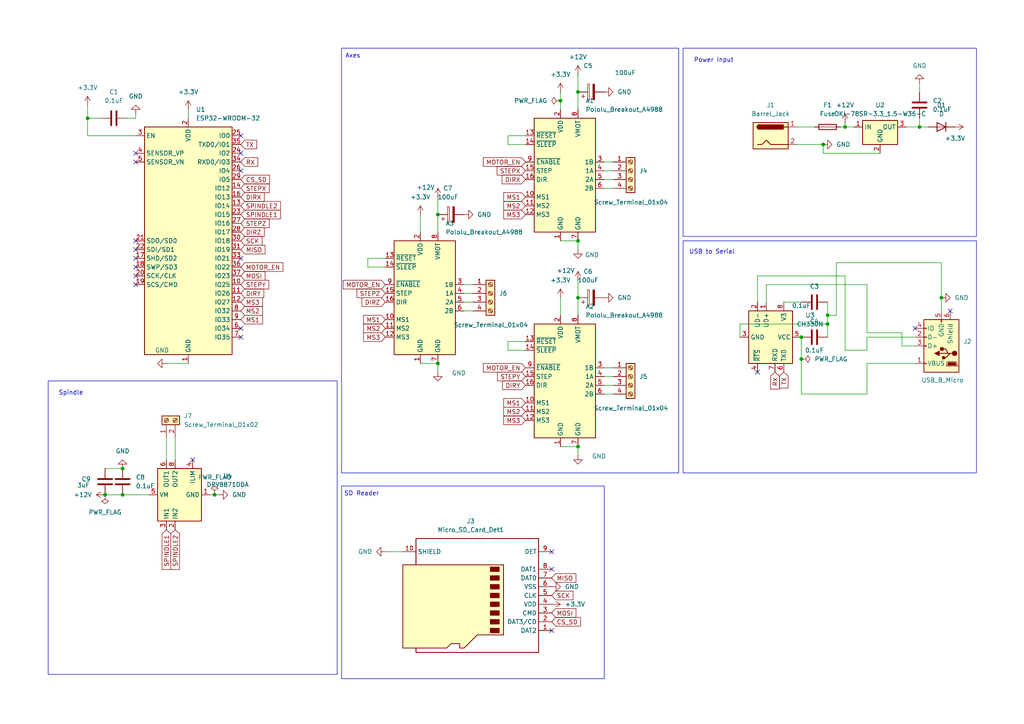
<source format=kicad_sch>
(kicad_sch (version 20231120) (generator "eeschema") (generator_version "8.0")
  (paper "A4")
  (title_block (title "DIY CNC Board") (date "2024-11-11") (rev "2") (company "Pengalu") (comment 1 "github.com/Pengalu") (comment 2 ":D"))
  (lib_symbols
    (symbol "Connector:Barrel_Jack" (pin_names (offset 1.016))
      (property "Reference" "J" (at 0 5.334 0))
      (property "Value" "Barrel_Jack" (at 0 -5.08 0))
      (symbol "Barrel_Jack_0_1"
        (rectangle (start -5.08 3.81) (end 5.08 -3.81) (stroke (width 0.254)) (fill (type background)))
        (arc (start -3.302 3.175) (mid -3.9343 2.54) (end -3.302 1.905) (stroke (width 0.254)))
        (arc (start -3.302 3.175) (mid -3.9343 2.54) (end -3.302 1.905) (stroke (width 0.254)) (fill (type outline)))
        (polyline (pts (xy 5.08 2.54) (xy 3.81 2.54)) (stroke (width 0.254)))
        (polyline (pts (xy -3.81 -2.54) (xy -2.54 -2.54) (xy -1.27 -1.27) (xy 0 -2.54) (xy 2.54 -2.54) (xy 5.08 -2.54)) (stroke (width 0.254)))
        (rectangle (start 3.683 3.175) (end -3.302 1.905) (stroke (width 0.254)) (fill (type outline)))
      )
      (symbol "Barrel_Jack_1_1"
        (pin passive line (at 7.62 2.54 180) (length 2.54) (name "~") (number "1"))
        (pin passive line (at 7.62 -2.54 180) (length 2.54) (name "~") (number "2"))
      )
    )
    (symbol "Connector:Micro_SD_Card_Det1"
      (property "Reference" "J" (at -16.51 17.78 0))
      (property "Value" "Micro_SD_Card_Det1" (at 16.51 17.78 0))
      (symbol "Micro_SD_Card_Det1_0_1"
        (rectangle (start -7.62 -6.985) (end -5.08 -8.255) (stroke (width 0.254)) (fill (type outline)))
        (rectangle (start -7.62 -4.445) (end -5.08 -5.715) (stroke (width 0.254)) (fill (type outline)))
        (rectangle (start -7.62 -1.905) (end -5.08 -3.175) (stroke (width 0.254)) (fill (type outline)))
        (rectangle (start -7.62 0.635) (end -5.08 -0.635) (stroke (width 0.254)) (fill (type outline)))
        (rectangle (start -7.62 3.175) (end -5.08 1.905) (stroke (width 0.254)) (fill (type outline)))
        (rectangle (start -7.62 5.715) (end -5.08 4.445) (stroke (width 0.254)) (fill (type outline)))
        (rectangle (start -7.62 8.255) (end -5.08 6.985) (stroke (width 0.254)) (fill (type outline)))
        (rectangle (start -7.62 10.795) (end -5.08 9.525) (stroke (width 0.254)) (fill (type outline)))
        (polyline (pts (xy 16.51 15.24) (xy 16.51 16.51) (xy -19.05 16.51) (xy -19.05 -16.51) (xy 16.51 -16.51) (xy 16.51 -8.89)) (stroke (width 0.254)))
        (polyline (pts (xy -8.89 -8.89) (xy -8.89 11.43) (xy -1.27 11.43) (xy 2.54 15.24) (xy 3.81 15.24) (xy 3.81 13.97) (xy 6.35 13.97) (xy 7.62 15.24) (xy 20.32 15.24) (xy 20.32 -8.89) (xy -8.89 -8.89)) (stroke (width 0.254)) (fill (type background)))
      )
      (symbol "Micro_SD_Card_Det1_1_1"
        (pin bidirectional line (at -22.86 10.16 0) (length 3.81) (name "DAT2") (number "1"))
        (pin passive line (at 20.32 -12.7 180) (length 3.81) (name "SHIELD") (number "10"))
        (pin bidirectional line (at -22.86 7.62 0) (length 3.81) (name "DAT3/CD") (number "2"))
        (pin input line (at -22.86 5.08 0) (length 3.81) (name "CMD") (number "3"))
        (pin power_in line (at -22.86 2.54 0) (length 3.81) (name "VDD") (number "4"))
        (pin input line (at -22.86 0 0) (length 3.81) (name "CLK") (number "5"))
        (pin power_in line (at -22.86 -2.54 0) (length 3.81) (name "VSS") (number "6"))
        (pin bidirectional line (at -22.86 -5.08 0) (length 3.81) (name "DAT0") (number "7"))
        (pin bidirectional line (at -22.86 -7.62 0) (length 3.81) (name "DAT1") (number "8"))
        (pin passive line (at -22.86 -12.7 0) (length 3.81) (name "DET") (number "9"))
      )
    )
    (symbol "Connector:Screw_Terminal_01x02" (pin_names (offset 1.016) hide)
      (property "Reference" "J" (at 0 2.54 0))
      (property "Value" "Screw_Terminal_01x02" (at 0 -5.08 0))
      (symbol "Screw_Terminal_01x02_1_1"
        (rectangle (start -1.27 1.27) (end 1.27 -3.81) (stroke (width 0.254)) (fill (type background)))
        (circle (center 0 -2.54) (radius 0.635) (stroke (width 0.1524)))
        (polyline (pts (xy -0.5334 -2.2098) (xy 0.3302 -3.048)) (stroke (width 0.1524)))
        (polyline (pts (xy -0.5334 0.3302) (xy 0.3302 -0.508)) (stroke (width 0.1524)))
        (polyline (pts (xy -0.3556 -2.032) (xy 0.508 -2.8702)) (stroke (width 0.1524)))
        (polyline (pts (xy -0.3556 0.508) (xy 0.508 -0.3302)) (stroke (width 0.1524)))
        (circle (center 0 0) (radius 0.635) (stroke (width 0.1524)))
        (pin passive line (at -5.08 0 0) (length 3.81) (name "Pin_1") (number "1"))
        (pin passive line (at -5.08 -2.54 0) (length 3.81) (name "Pin_2") (number "2"))
      )
    )
    (symbol "Connector:Screw_Terminal_01x04" (pin_names (offset 1.016) hide)
      (property "Reference" "J" (at 0 5.08 0))
      (property "Value" "Screw_Terminal_01x04" (at 0 -7.62 0))
      (symbol "Screw_Terminal_01x04_1_1"
        (rectangle (start -1.27 3.81) (end 1.27 -6.35) (stroke (width 0.254)) (fill (type background)))
        (circle (center 0 -5.08) (radius 0.635) (stroke (width 0.1524)))
        (circle (center 0 -2.54) (radius 0.635) (stroke (width 0.1524)))
        (polyline (pts (xy -0.5334 -4.7498) (xy 0.3302 -5.588)) (stroke (width 0.1524)))
        (polyline (pts (xy -0.5334 -2.2098) (xy 0.3302 -3.048)) (stroke (width 0.1524)))
        (polyline (pts (xy -0.5334 0.3302) (xy 0.3302 -0.508)) (stroke (width 0.1524)))
        (polyline (pts (xy -0.5334 2.8702) (xy 0.3302 2.032)) (stroke (width 0.1524)))
        (polyline (pts (xy -0.3556 -4.572) (xy 0.508 -5.4102)) (stroke (width 0.1524)))
        (polyline (pts (xy -0.3556 -2.032) (xy 0.508 -2.8702)) (stroke (width 0.1524)))
        (polyline (pts (xy -0.3556 0.508) (xy 0.508 -0.3302)) (stroke (width 0.1524)))
        (polyline (pts (xy -0.3556 3.048) (xy 0.508 2.2098)) (stroke (width 0.1524)))
        (circle (center 0 0) (radius 0.635) (stroke (width 0.1524)))
        (circle (center 0 2.54) (radius 0.635) (stroke (width 0.1524)))
        (pin passive line (at -5.08 2.54 0) (length 3.81) (name "Pin_1") (number "1"))
        (pin passive line (at -5.08 0 0) (length 3.81) (name "Pin_2") (number "2"))
        (pin passive line (at -5.08 -2.54 0) (length 3.81) (name "Pin_3") (number "3"))
        (pin passive line (at -5.08 -5.08 0) (length 3.81) (name "Pin_4") (number "4"))
      )
    )
    (symbol "Connector:USB_B_Micro" (pin_names (offset 1.016))
      (property "Reference" "J" (at -5.08 11.43 0))
      (property "Value" "USB_B_Micro" (at -5.08 8.89 0))
      (symbol "USB_B_Micro_0_1"
        (rectangle (start -5.08 -7.62) (end 5.08 7.62) (stroke (width 0.254)) (fill (type background)))
        (circle (center -3.81 2.159) (radius 0.635) (stroke (width 0.254)) (fill (type outline)))
        (circle (center -0.635 3.429) (radius 0.381) (stroke (width 0.254)) (fill (type outline)))
        (rectangle (start -0.127 -7.62) (end 0.127 -6.858))
        (polyline (pts (xy -1.905 2.159) (xy 0.635 2.159)) (stroke (width 0.254)))
        (polyline (pts (xy -3.175 2.159) (xy -2.54 2.159) (xy -1.27 3.429) (xy -0.635 3.429)) (stroke (width 0.254)))
        (polyline (pts (xy -2.54 2.159) (xy -1.905 2.159) (xy -1.27 0.889) (xy 0 0.889)) (stroke (width 0.254)))
        (polyline (pts (xy 0.635 2.794) (xy 0.635 1.524) (xy 1.905 2.159) (xy 0.635 2.794)) (stroke (width 0.254)) (fill (type outline)))
        (polyline (pts (xy -4.318 5.588) (xy -1.778 5.588) (xy -2.032 4.826) (xy -4.064 4.826) (xy -4.318 5.588)) (fill (type outline)))
        (polyline (pts (xy -4.699 5.842) (xy -4.699 5.588) (xy -4.445 4.826) (xy -4.445 4.572) (xy -1.651 4.572) (xy -1.651 4.826) (xy -1.397 5.588) (xy -1.397 5.842) (xy -4.699 5.842)))
        (rectangle (start 0.254 1.27) (end -0.508 0.508) (stroke (width 0.254)) (fill (type outline)))
        (rectangle (start 5.08 -5.207) (end 4.318 -4.953))
        (rectangle (start 5.08 -2.667) (end 4.318 -2.413))
        (rectangle (start 5.08 -0.127) (end 4.318 0.127))
        (rectangle (start 5.08 4.953) (end 4.318 5.207))
      )
      (symbol "USB_B_Micro_1_1"
        (pin power_out line (at 7.62 5.08 180) (length 2.54) (name "VBUS") (number "1"))
        (pin bidirectional line (at 7.62 -2.54 180) (length 2.54) (name "D-") (number "2"))
        (pin bidirectional line (at 7.62 0 180) (length 2.54) (name "D+") (number "3"))
        (pin passive line (at 7.62 -5.08 180) (length 2.54) (name "ID") (number "4"))
        (pin power_out line (at 0 -10.16 90) (length 2.54) (name "GND") (number "5"))
        (pin passive line (at -2.54 -10.16 90) (length 2.54) (name "Shield") (number "6"))
      )
    )
    (symbol "Converter_DCDC:OKI-78SR-3.3_1.5-W36-C"
      (property "Reference" "U" (at -3.81 3.175 0))
      (property "Value" "OKI-78SR-3.3_1.5-W36-C" (at 0 3.175 0))
      (symbol "OKI-78SR-3.3_1.5-W36-C_0_1"
        (rectangle (start -5.08 1.905) (end 5.08 -5.08) (stroke (width 0.254)) (fill (type background)))
      )
      (symbol "OKI-78SR-3.3_1.5-W36-C_1_1"
        (pin power_in line (at -7.62 0 0) (length 2.54) (name "IN") (number "1"))
        (pin power_in line (at 0 -7.62 90) (length 2.54) (name "GND") (number "2"))
        (pin power_out line (at 7.62 0 180) (length 2.54) (name "OUT") (number "3"))
      )
    )
    (symbol "Device:C" (pin_numbers hide) (pin_names (offset 0.254))
      (property "Reference" "C" (at 0.635 2.54 0))
      (property "Value" "C" (at 0.635 -2.54 0))
      (symbol "C_0_1"
        (polyline (pts (xy -2.032 -0.762) (xy 2.032 -0.762)) (stroke (width 0.508)))
        (polyline (pts (xy -2.032 0.762) (xy 2.032 0.762)) (stroke (width 0.508)))
      )
      (symbol "C_1_1"
        (pin passive line (at 0 3.81 270) (length 2.794) (name "~") (number "1"))
        (pin passive line (at 0 -3.81 90) (length 2.794) (name "~") (number "2"))
      )
    )
    (symbol "Device:C_Polarized" (pin_numbers hide) (pin_names (offset 0.254))
      (property "Reference" "C" (at 0.635 2.54 0))
      (property "Value" "C_Polarized" (at 0.635 -2.54 0))
      (symbol "C_Polarized_0_1"
        (rectangle (start -2.286 0.508) (end 2.286 1.016))
        (polyline (pts (xy -1.778 2.286) (xy -0.762 2.286)))
        (polyline (pts (xy -1.27 2.794) (xy -1.27 1.778)))
        (rectangle (start 2.286 -0.508) (end -2.286 -1.016) (fill (type outline)))
      )
      (symbol "C_Polarized_1_1"
        (pin passive line (at 0 3.81 270) (length 2.794) (name "~") (number "1"))
        (pin passive line (at 0 -3.81 90) (length 2.794) (name "~") (number "2"))
      )
    )
    (symbol "Device:D" (pin_numbers hide) (pin_names (offset 1.016) hide)
      (property "Reference" "D" (at 0 2.54 0))
      (property "Value" "D" (at 0 -2.54 0))
      (symbol "D_0_1"
        (polyline (pts (xy -1.27 1.27) (xy -1.27 -1.27)) (stroke (width 0.254)))
        (polyline (pts (xy 1.27 0) (xy -1.27 0)))
        (polyline (pts (xy 1.27 1.27) (xy 1.27 -1.27) (xy -1.27 0) (xy 1.27 1.27)) (stroke (width 0.254)))
      )
      (symbol "D_1_1"
        (pin passive line (at -3.81 0 0) (length 2.54) (name "K") (number "1"))
        (pin passive line (at 3.81 0 180) (length 2.54) (name "A") (number "2"))
      )
    )
    (symbol "Device:Fuse" (pin_numbers hide) (pin_names (offset 0))
      (property "Reference" "F" (at 2.032 0 90))
      (property "Value" "Fuse" (at -1.905 0 90))
      (symbol "Fuse_0_1"
        (rectangle (start -0.762 -2.54) (end 0.762 2.54) (stroke (width 0.254)))
        (polyline (pts (xy 0 2.54) (xy 0 -2.54)))
      )
      (symbol "Fuse_1_1"
        (pin passive line (at 0 3.81 270) (length 1.27) (name "~") (number "1"))
        (pin passive line (at 0 -3.81 90) (length 1.27) (name "~") (number "2"))
      )
    )
    (symbol "Driver_Motor:DRV8871DDA"
      (property "Reference" "U" (at -6.35 6.35 0))
      (property "Value" "DRV8871DDA" (at 8.89 6.35 0))
      (symbol "DRV8871DDA_0_1"
        (rectangle (start -7.62 5.08) (end 7.62 -7.62) (stroke (width 0.254)) (fill (type background)))
      )
      (symbol "DRV8871DDA_1_1"
        (pin power_in line (at 0 -10.16 90) (length 2.54) (name "GND") (number "1"))
        (pin input line (at -10.16 0 0) (length 2.54) (name "IN2") (number "2"))
        (pin input line (at -10.16 2.54 0) (length 2.54) (name "IN1") (number "3"))
        (pin passive line (at 10.16 -5.08 180) (length 2.54) (name "ILIM") (number "4"))
        (pin power_in line (at 0 7.62 270) (length 2.54) (name "VM") (number "5"))
        (pin output line (at 10.16 2.54 180) (length 2.54) (name "OUT1") (number "6"))
        (pin passive line (at 0 -10.16 90) (length 2.54) hide (name "GND") (number "7"))
        (pin output line (at 10.16 0 180) (length 2.54) (name "OUT2") (number "8"))
        (pin passive line (at 0 -10.16 90) (length 2.54) hide (name "GND") (number "9"))
      )
    )
    (symbol "Driver_Motor:Pololu_Breakout_A4988"
      (property "Reference" "A" (at -2.54 19.05 0))
      (property "Value" "Pololu_Breakout_A4988" (at -2.54 16.51 0))
      (symbol "Pololu_Breakout_A4988_0_1"
        (rectangle (start 10.16 -17.78) (end -7.62 15.24) (stroke (width 0.254)) (fill (type background)))
      )
      (symbol "Pololu_Breakout_A4988_1_1"
        (pin power_in line (at 0 -20.32 90) (length 2.54) (name "GND") (number "1"))
        (pin input line (at -10.16 -7.62 0) (length 2.54) (name "MS1") (number "10"))
        (pin input line (at -10.16 -10.16 0) (length 2.54) (name "MS2") (number "11"))
        (pin input line (at -10.16 -12.7 0) (length 2.54) (name "MS3") (number "12"))
        (pin input line (at -10.16 10.16 0) (length 2.54) (name "~{RESET}") (number "13"))
        (pin input line (at -10.16 7.62 0) (length 2.54) (name "~{SLEEP}") (number "14"))
        (pin input line (at -10.16 0 0) (length 2.54) (name "STEP") (number "15"))
        (pin input line (at -10.16 -2.54 0) (length 2.54) (name "DIR") (number "16"))
        (pin power_in line (at 0 17.78 270) (length 2.54) (name "VDD") (number "2"))
        (pin output line (at 12.7 2.54 180) (length 2.54) (name "1B") (number "3"))
        (pin output line (at 12.7 0 180) (length 2.54) (name "1A") (number "4"))
        (pin output line (at 12.7 -2.54 180) (length 2.54) (name "2A") (number "5"))
        (pin output line (at 12.7 -5.08 180) (length 2.54) (name "2B") (number "6"))
        (pin power_in line (at 5.08 -20.32 90) (length 2.54) (name "GND") (number "7"))
        (pin power_in line (at 5.08 17.78 270) (length 2.54) (name "VMOT") (number "8"))
        (pin input line (at -10.16 2.54 0) (length 2.54) (name "~{ENABLE}") (number "9"))
      )
    )
    (symbol "Interface_USB:CH330N"
      (property "Reference" "U" (at -7.62 6.35 0))
      (property "Value" "CH330N" (at 7.62 6.35 0))
      (symbol "CH330N_0_1"
        (rectangle (start -7.62 5.08) (end 7.62 -7.62) (stroke (width 0.254)) (fill (type background)))
      )
      (symbol "CH330N_1_1"
        (pin bidirectional line (at -10.16 -2.54 0) (length 2.54) (name "UD+") (number "1"))
        (pin bidirectional line (at -10.16 -5.08 0) (length 2.54) (name "UD-") (number "2"))
        (pin power_in line (at 0 -10.16 90) (length 2.54) (name "GND") (number "3"))
        (pin output line (at 10.16 -5.08 180) (length 2.54) (name "~{RTS}") (number "4"))
        (pin power_in line (at 0 7.62 270) (length 2.54) (name "VCC") (number "5"))
        (pin output line (at 10.16 2.54 180) (length 2.54) (name "TXD") (number "6"))
        (pin input line (at 10.16 0 180) (length 2.54) (name "RXD") (number "7"))
        (pin passive line (at -10.16 2.54 0) (length 2.54) (name "V3") (number "8"))
      )
    )
    (symbol "RF_Module:ESP32-WROOM-32"
      (property "Reference" "U" (at -12.7 34.29 0))
      (property "Value" "ESP32-WROOM-32" (at 1.27 34.29 0))
      (symbol "ESP32-WROOM-32_0_1"
        (rectangle (start -12.7 33.02) (end 12.7 -33.02) (stroke (width 0.254)) (fill (type background)))
      )
      (symbol "ESP32-WROOM-32_1_1"
        (pin power_in line (at 0 -35.56 90) (length 2.54) (name "GND") (number "1"))
        (pin bidirectional line (at 15.24 -12.7 180) (length 2.54) (name "IO25") (number "10"))
        (pin bidirectional line (at 15.24 -15.24 180) (length 2.54) (name "IO26") (number "11"))
        (pin bidirectional line (at 15.24 -17.78 180) (length 2.54) (name "IO27") (number "12"))
        (pin bidirectional line (at 15.24 10.16 180) (length 2.54) (name "IO14") (number "13"))
        (pin bidirectional line (at 15.24 15.24 180) (length 2.54) (name "IO12") (number "14"))
        (pin passive line (at 0 -35.56 90) (length 2.54) hide (name "GND") (number "15"))
        (pin bidirectional line (at 15.24 12.7 180) (length 2.54) (name "IO13") (number "16"))
        (pin bidirectional line (at -15.24 -5.08 0) (length 2.54) (name "SHD/SD2") (number "17"))
        (pin bidirectional line (at -15.24 -7.62 0) (length 2.54) (name "SWP/SD3") (number "18"))
        (pin bidirectional line (at -15.24 -12.7 0) (length 2.54) (name "SCS/CMD") (number "19"))
        (pin power_in line (at 0 35.56 270) (length 2.54) (name "VDD") (number "2"))
        (pin bidirectional line (at -15.24 -10.16 0) (length 2.54) (name "SCK/CLK") (number "20"))
        (pin bidirectional line (at -15.24 0 0) (length 2.54) (name "SDO/SD0") (number "21"))
        (pin bidirectional line (at -15.24 -2.54 0) (length 2.54) (name "SDI/SD1") (number "22"))
        (pin bidirectional line (at 15.24 7.62 180) (length 2.54) (name "IO15") (number "23"))
        (pin bidirectional line (at 15.24 25.4 180) (length 2.54) (name "IO2") (number "24"))
        (pin bidirectional line (at 15.24 30.48 180) (length 2.54) (name "IO0") (number "25"))
        (pin bidirectional line (at 15.24 20.32 180) (length 2.54) (name "IO4") (number "26"))
        (pin bidirectional line (at 15.24 5.08 180) (length 2.54) (name "IO16") (number "27"))
        (pin bidirectional line (at 15.24 2.54 180) (length 2.54) (name "IO17") (number "28"))
        (pin bidirectional line (at 15.24 17.78 180) (length 2.54) (name "IO5") (number "29"))
        (pin input line (at -15.24 30.48 0) (length 2.54) (name "EN") (number "3"))
        (pin bidirectional line (at 15.24 0 180) (length 2.54) (name "IO18") (number "30"))
        (pin bidirectional line (at 15.24 -2.54 180) (length 2.54) (name "IO19") (number "31"))
        (pin no_connect line (at -12.7 -27.94 0) (length 2.54) hide (name "NC") (number "32"))
        (pin bidirectional line (at 15.24 -5.08 180) (length 2.54) (name "IO21") (number "33"))
        (pin bidirectional line (at 15.24 22.86 180) (length 2.54) (name "RXD0/IO3") (number "34"))
        (pin bidirectional line (at 15.24 27.94 180) (length 2.54) (name "TXD0/IO1") (number "35"))
        (pin bidirectional line (at 15.24 -7.62 180) (length 2.54) (name "IO22") (number "36"))
        (pin bidirectional line (at 15.24 -10.16 180) (length 2.54) (name "IO23") (number "37"))
        (pin passive line (at 0 -35.56 90) (length 2.54) hide (name "GND") (number "38"))
        (pin passive line (at 0 -35.56 90) (length 2.54) hide (name "GND") (number "39"))
        (pin input line (at -15.24 25.4 0) (length 2.54) (name "SENSOR_VP") (number "4"))
        (pin input line (at -15.24 22.86 0) (length 2.54) (name "SENSOR_VN") (number "5"))
        (pin input line (at 15.24 -25.4 180) (length 2.54) (name "IO34") (number "6"))
        (pin input line (at 15.24 -27.94 180) (length 2.54) (name "IO35") (number "7"))
        (pin bidirectional line (at 15.24 -20.32 180) (length 2.54) (name "IO32") (number "8"))
        (pin bidirectional line (at 15.24 -22.86 180) (length 2.54) (name "IO33") (number "9"))
      )
    )
    (symbol "power:+12V" (power) (pin_numbers hide) (pin_names (offset 0) hide)
      (property "Value" "+12V" (at 0 3.556 0))
      (symbol "+12V_0_1"
        (polyline (pts (xy -0.762 1.27) (xy 0 2.54)))
        (polyline (pts (xy 0 0) (xy 0 2.54)))
        (polyline (pts (xy 0 2.54) (xy 0.762 1.27)))
      )
      (symbol "+12V_1_1"
        (pin power_in line (at 0 0 90) (length 0) (name "~") (number "1"))
      )
    )
    (symbol "power:+3.3V" (power) (pin_numbers hide) (pin_names (offset 0) hide)
      (property "Value" "+3.3V" (at 0 3.556 0))
      (symbol "+3.3V_0_1"
        (polyline (pts (xy -0.762 1.27) (xy 0 2.54)))
        (polyline (pts (xy 0 0) (xy 0 2.54)))
        (polyline (pts (xy 0 2.54) (xy 0.762 1.27)))
      )
      (symbol "+3.3V_1_1"
        (pin power_in line (at 0 0 90) (length 0) (name "~") (number "1"))
      )
    )
    (symbol "power:GND" (power) (pin_numbers hide) (pin_names (offset 0) hide)
      (property "Value" "GND" (at 0 -3.81 0))
      (symbol "GND_0_1"
        (polyline (pts (xy 0 0) (xy 0 -1.27) (xy 1.27 -1.27) (xy 0 -2.54) (xy -1.27 -1.27) (xy 0 -1.27)))
      )
      (symbol "GND_1_1"
        (pin power_in line (at 0 0 270) (length 0) (name "~") (number "1"))
      )
    )
    (symbol "power:PWR_FLAG" (power) (pin_numbers hide) (pin_names (offset 0) hide)
      (property "Value" "PWR_FLAG" (at 0 3.81 0))
      (symbol "PWR_FLAG_0_0"
        (pin power_out line (at 0 0 90) (length 0) (name "~") (number "1"))
      )
      (symbol "PWR_FLAG_0_1"
        (polyline (pts (xy 0 0) (xy 0 1.27) (xy -1.016 1.905) (xy 0 2.54) (xy 1.016 1.905) (xy 0 1.27)))
      )
    )
  )
  (junction (at 25.4 34.29))
  (junction (at 167.64 86.36))
  (junction (at 167.64 26.67))
  (junction (at 273.05 86.36))
  (junction (at 35.56 143.51))
  (junction (at 162.56 29.21))
  (junction (at 238.76 41.91))
  (junction (at 232.41 104.14))
  (junction (at 30.48 143.51))
  (junction (at 62.23 143.51))
  (junction (at 167.64 69.85))
  (junction (at 240.03 91.44))
  (junction (at 167.64 129.54))
  (junction (at 127 62.23))
  (junction (at 266.7 36.83))
  (junction (at 35.56 135.89))
  (junction (at 245.11 36.83))
  (junction (at 232.41 97.79))
  (junction (at 240.03 93.98))
  (junction (at 127 105.41))
  (no_connect (at 69.85 74.93))
  (no_connect (at 219.71 107.95))
  (no_connect (at 69.85 44.45))
  (no_connect (at 39.37 46.99))
  (no_connect (at 160.02 165.1))
  (no_connect (at 69.85 97.79))
  (no_connect (at 39.37 72.39))
  (no_connect (at 265.43 95.25))
  (no_connect (at 39.37 69.85))
  (no_connect (at 39.37 77.47))
  (no_connect (at 39.37 82.55))
  (no_connect (at 69.85 95.25))
  (no_connect (at 39.37 44.45))
  (no_connect (at 160.02 160.02))
  (no_connect (at 39.37 74.93))
  (no_connect (at 160.02 182.88))
  (no_connect (at 69.85 49.53))
  (no_connect (at 275.59 90.17))
  (no_connect (at 55.88 133.35))
  (no_connect (at 39.37 80.01))
  (no_connect (at 69.85 39.37))
  (wire (pts (xy 175.26 114.3) (xy 177.8 114.3)))
  (wire (pts (xy 231.14 41.91) (xy 238.76 41.91)))
  (wire (pts (xy 175.26 49.53) (xy 177.8 49.53)))
  (wire (pts (xy 134.62 90.17) (xy 137.16 90.17)))
  (wire (pts (xy 219.71 80.01) (xy 219.71 87.63)))
  (wire (pts (xy 245.11 80.01) (xy 219.71 80.01)))
  (wire (pts (xy 238.76 41.91) (xy 238.76 44.45)))
  (wire (pts (xy 121.92 105.41) (xy 127 105.41)))
  (wire (pts (xy 175.26 52.07) (xy 177.8 52.07)))
  (wire (pts (xy 231.14 36.83) (xy 236.22 36.83)))
  (wire (pts (xy 261.62 96.52) (xy 261.62 100.33)))
  (wire (pts (xy 232.41 104.14) (xy 232.41 97.79)))
  (wire (pts (xy 111.76 160.02) (xy 116.84 160.02)))
  (wire (pts (xy 134.62 87.63) (xy 137.16 87.63)))
  (wire (pts (xy 245.11 36.83) (xy 247.65 36.83)))
  (wire (pts (xy 106.68 74.93) (xy 111.76 74.93)))
  (wire (pts (xy 127 62.23) (xy 127 67.31)))
  (wire (pts (xy 111.76 77.47) (xy 106.68 77.47)))
  (wire (pts (xy 162.56 69.85) (xy 167.64 69.85)))
  (wire (pts (xy 167.64 26.67) (xy 167.64 31.75)))
  (wire (pts (xy 251.46 96.52) (xy 261.62 96.52)))
  (wire (pts (xy 167.64 81.28) (xy 167.64 86.36)))
  (wire (pts (xy 262.89 36.83) (xy 266.7 36.83)))
  (wire (pts (xy 62.23 143.51) (xy 63.5 143.51)))
  (wire (pts (xy 167.64 86.36) (xy 167.64 91.44)))
  (wire (pts (xy 39.37 33.02) (xy 39.37 34.29)))
  (wire (pts (xy 147.32 99.06) (xy 152.4 99.06)))
  (wire (pts (xy 134.62 82.55) (xy 137.16 82.55)))
  (wire (pts (xy 147.32 39.37) (xy 152.4 39.37)))
  (wire (pts (xy 175.26 109.22) (xy 177.8 109.22)))
  (wire (pts (xy 25.4 30.48) (xy 25.4 34.29)))
  (wire (pts (xy 242.57 91.44) (xy 240.03 91.44)))
  (wire (pts (xy 227.33 87.63) (xy 232.41 87.63)))
  (wire (pts (xy 147.32 41.91) (xy 147.32 39.37)))
  (wire (pts (xy 35.56 143.51) (xy 43.18 143.51)))
  (wire (pts (xy 162.56 129.54) (xy 167.64 129.54)))
  (wire (pts (xy 232.41 114.3) (xy 232.41 104.14)))
  (wire (pts (xy 48.26 127) (xy 48.26 133.35)))
  (wire (pts (xy 266.7 34.29) (xy 266.7 36.83)))
  (wire (pts (xy 167.64 69.85) (xy 167.64 72.39)))
  (wire (pts (xy 175.26 106.68) (xy 177.8 106.68)))
  (wire (pts (xy 167.64 129.54) (xy 167.64 132.08)))
  (wire (pts (xy 134.62 85.09) (xy 137.16 85.09)))
  (wire (pts (xy 242.57 76.2) (xy 273.05 76.2)))
  (wire (pts (xy 147.32 101.6) (xy 147.32 99.06)))
  (wire (pts (xy 48.26 105.41) (xy 54.61 105.41)))
  (wire (pts (xy 162.56 86.36) (xy 162.56 91.44)))
  (wire (pts (xy 232.41 114.3) (xy 251.46 114.3)))
  (wire (pts (xy 121.92 62.23) (xy 121.92 67.31)))
  (wire (pts (xy 214.63 93.98) (xy 214.63 97.79)))
  (wire (pts (xy 152.4 101.6) (xy 147.32 101.6)))
  (wire (pts (xy 25.4 39.37) (xy 39.37 39.37)))
  (wire (pts (xy 36.83 34.29) (xy 39.37 34.29)))
  (wire (pts (xy 251.46 96.52) (xy 251.46 82.55)))
  (wire (pts (xy 127 105.41) (xy 127 107.95)))
  (wire (pts (xy 106.68 77.47) (xy 106.68 74.93)))
  (wire (pts (xy 251.46 97.79) (xy 251.46 101.6)))
  (wire (pts (xy 261.62 100.33) (xy 265.43 100.33)))
  (wire (pts (xy 245.11 35.56) (xy 245.11 36.83)))
  (wire (pts (xy 265.43 97.79) (xy 251.46 97.79)))
  (wire (pts (xy 243.84 36.83) (xy 245.11 36.83)))
  (wire (pts (xy 25.4 34.29) (xy 25.4 39.37)))
  (wire (pts (xy 175.26 111.76) (xy 177.8 111.76)))
  (wire (pts (xy 238.76 44.45) (xy 255.27 44.45)))
  (wire (pts (xy 251.46 105.41) (xy 251.46 114.3)))
  (wire (pts (xy 152.4 41.91) (xy 147.32 41.91)))
  (wire (pts (xy 60.96 143.51) (xy 62.23 143.51)))
  (wire (pts (xy 127 57.15) (xy 127 62.23)))
  (wire (pts (xy 273.05 76.2) (xy 273.05 86.36)))
  (wire (pts (xy 273.05 86.36) (xy 273.05 90.17)))
  (wire (pts (xy 175.26 54.61) (xy 177.8 54.61)))
  (wire (pts (xy 54.61 31.75) (xy 54.61 34.29)))
  (wire (pts (xy 222.25 82.55) (xy 222.25 87.63)))
  (wire (pts (xy 25.4 34.29) (xy 29.21 34.29)))
  (wire (pts (xy 266.7 24.13) (xy 266.7 26.67)))
  (wire (pts (xy 162.56 29.21) (xy 162.56 31.75)))
  (wire (pts (xy 242.57 76.2) (xy 242.57 91.44)))
  (wire (pts (xy 240.03 91.44) (xy 240.03 93.98)))
  (wire (pts (xy 245.11 101.6) (xy 245.11 80.01)))
  (wire (pts (xy 30.48 143.51) (xy 35.56 143.51)))
  (wire (pts (xy 251.46 101.6) (xy 245.11 101.6)))
  (wire (pts (xy 162.56 26.67) (xy 162.56 29.21)))
  (wire (pts (xy 266.7 36.83) (xy 269.24 36.83)))
  (wire (pts (xy 30.48 135.89) (xy 35.56 135.89)))
  (wire (pts (xy 240.03 93.98) (xy 240.03 97.79)))
  (wire (pts (xy 167.64 21.59) (xy 167.64 26.67)))
  (wire (pts (xy 240.03 87.63) (xy 240.03 91.44)))
  (wire (pts (xy 175.26 46.99) (xy 177.8 46.99)))
  (wire (pts (xy 240.03 93.98) (xy 214.63 93.98)))
  (wire (pts (xy 50.8 127) (xy 50.8 133.35)))
  (wire (pts (xy 251.46 105.41) (xy 265.43 105.41)))
  (wire (pts (xy 251.46 82.55) (xy 222.25 82.55)))
  (rectangle (start 198.12 13.97) (end 283.21 68.58))
  (rectangle (start 198.12 69.85) (end 283.21 137.16))
  (rectangle (start 99.06 13.97) (end 196.85 137.16))
  (rectangle (start 99.06 140.97) (end 175.26 196.85))
  (rectangle (start 13.97 110.49) (end 97.79 195.58))
  (text "Power Input\n" (at 207.01 17.526 0) (effects (font (size 1.27 1.27))))
  (text "Axes\n" (at 102.362 16.256 0) (effects (font (size 1.27 1.27))))
  (text "SD Reader\n" (at 104.902 143.256 0) (effects (font (size 1.27 1.27))))
  (text "USB to Serial\n" (at 206.502 73.152 0) (effects (font (size 1.27 1.27))))
  (text "Spindle\n" (at 20.574 114.046 0) (effects (font (size 1.27 1.27))))
  (global_label "STEPX" (shape input) (at 152.4 49.53 180) (property "Intersheetrefs" "${INTERSHEET_REFS}" (effects (hide yes))))
  (global_label "MOTOR_EN" (shape input) (at 69.85 77.47 0) (property "Intersheetrefs" "${INTERSHEET_REFS}" (effects (hide yes))))
  (global_label "MS2" (shape input) (at 152.4 119.38 180) (property "Intersheetrefs" "${INTERSHEET_REFS}" (effects (hide yes))))
  (global_label "SPINDLE2" (shape input) (at 69.85 59.69 0) (property "Intersheetrefs" "${INTERSHEET_REFS}" (effects (hide yes))))
  (global_label "DIRY" (shape input) (at 69.85 85.09 0) (property "Intersheetrefs" "${INTERSHEET_REFS}" (effects (hide yes))))
  (global_label "MS2" (shape input) (at 152.4 59.69 180) (property "Intersheetrefs" "${INTERSHEET_REFS}" (effects (hide yes))))
  (global_label "STEPY" (shape input) (at 69.85 82.55 0) (property "Intersheetrefs" "${INTERSHEET_REFS}" (effects (hide yes))))
  (global_label "MS2" (shape input) (at 69.85 90.17 0) (property "Intersheetrefs" "${INTERSHEET_REFS}" (effects (hide yes))))
  (global_label "CS_SD" (shape input) (at 69.85 52.07 0) (property "Intersheetrefs" "${INTERSHEET_REFS}" (effects (hide yes))))
  (global_label "DIRX" (shape input) (at 69.85 57.15 0) (property "Intersheetrefs" "${INTERSHEET_REFS}" (effects (hide yes))))
  (global_label "TX" (shape input) (at 227.33 107.95 270) (property "Intersheetrefs" "${INTERSHEET_REFS}" (effects (hide yes))))
  (global_label "STEPY" (shape input) (at 152.4 109.22 180) (property "Intersheetrefs" "${INTERSHEET_REFS}" (effects (hide yes))))
  (global_label "SPINDLE1" (shape input) (at 48.26 153.67 270) (property "Intersheetrefs" "${INTERSHEET_REFS}" (effects (hide yes))))
  (global_label "MOSI" (shape input) (at 160.02 177.8 0) (property "Intersheetrefs" "${INTERSHEET_REFS}" (effects (hide yes))))
  (global_label "SPINDLE2" (shape input) (at 50.8 153.67 270) (property "Intersheetrefs" "${INTERSHEET_REFS}" (effects (hide yes))))
  (global_label "STEPZ" (shape input) (at 111.76 85.09 180) (property "Intersheetrefs" "${INTERSHEET_REFS}" (effects (hide yes))))
  (global_label "SPINDLE1" (shape input) (at 69.85 62.23 0) (property "Intersheetrefs" "${INTERSHEET_REFS}" (effects (hide yes))))
  (global_label "MISO" (shape input) (at 69.85 72.39 0) (property "Intersheetrefs" "${INTERSHEET_REFS}" (effects (hide yes))))
  (global_label "MS3" (shape input) (at 69.85 87.63 0) (property "Intersheetrefs" "${INTERSHEET_REFS}" (effects (hide yes))))
  (global_label "DIRY" (shape input) (at 152.4 111.76 180) (property "Intersheetrefs" "${INTERSHEET_REFS}" (effects (hide yes))))
  (global_label "MS1" (shape input) (at 69.85 92.71 0) (property "Intersheetrefs" "${INTERSHEET_REFS}" (effects (hide yes))))
  (global_label "MOSI" (shape input) (at 69.85 80.01 0) (property "Intersheetrefs" "${INTERSHEET_REFS}" (effects (hide yes))))
  (global_label "MS1" (shape input) (at 152.4 57.15 180) (property "Intersheetrefs" "${INTERSHEET_REFS}" (effects (hide yes))))
  (global_label "MS1" (shape input) (at 111.76 92.71 180) (property "Intersheetrefs" "${INTERSHEET_REFS}" (effects (hide yes))))
  (global_label "STEPX" (shape input) (at 69.85 54.61 0) (property "Intersheetrefs" "${INTERSHEET_REFS}" (effects (hide yes))))
  (global_label "DIRZ" (shape input) (at 111.76 87.63 180) (property "Intersheetrefs" "${INTERSHEET_REFS}" (effects (hide yes))))
  (global_label "MOTOR_EN" (shape input) (at 152.4 106.68 180) (property "Intersheetrefs" "${INTERSHEET_REFS}" (effects (hide yes))))
  (global_label "MOTOR_EN" (shape input) (at 152.4 46.99 180) (property "Intersheetrefs" "${INTERSHEET_REFS}" (effects (hide yes))))
  (global_label "CS_SD" (shape input) (at 160.02 180.34 0) (property "Intersheetrefs" "${INTERSHEET_REFS}" (effects (hide yes))))
  (global_label "MS3" (shape input) (at 152.4 62.23 180) (property "Intersheetrefs" "${INTERSHEET_REFS}" (effects (hide yes))))
  (global_label "RX" (shape input) (at 69.85 46.99 0) (property "Intersheetrefs" "${INTERSHEET_REFS}" (effects (hide yes))))
  (global_label "DIRZ" (shape input) (at 69.85 67.31 0) (property "Intersheetrefs" "${INTERSHEET_REFS}" (effects (hide yes))))
  (global_label "SCK" (shape input) (at 160.02 172.72 0) (property "Intersheetrefs" "${INTERSHEET_REFS}" (effects (hide yes))))
  (global_label "MS2" (shape input) (at 111.76 95.25 180) (property "Intersheetrefs" "${INTERSHEET_REFS}" (effects (hide yes))))
  (global_label "MS3" (shape input) (at 111.76 97.79 180) (property "Intersheetrefs" "${INTERSHEET_REFS}" (effects (hide yes))))
  (global_label "DIRX" (shape input) (at 152.4 52.07 180) (property "Intersheetrefs" "${INTERSHEET_REFS}" (effects (hide yes))))
  (global_label "TX" (shape input) (at 69.85 41.91 0) (property "Intersheetrefs" "${INTERSHEET_REFS}" (effects (hide yes))))
  (global_label "MOTOR_EN" (shape input) (at 111.76 82.55 180) (property "Intersheetrefs" "${INTERSHEET_REFS}" (effects (hide yes))))
  (global_label "RX" (shape input) (at 224.79 107.95 270) (property "Intersheetrefs" "${INTERSHEET_REFS}" (effects (hide yes))))
  (global_label "STEPZ" (shape input) (at 69.85 64.77 0) (property "Intersheetrefs" "${INTERSHEET_REFS}" (effects (hide yes))))
  (global_label "MISO" (shape input) (at 160.02 167.64 0) (property "Intersheetrefs" "${INTERSHEET_REFS}" (effects (hide yes))))
  (global_label "MS3" (shape input) (at 152.4 121.92 180) (property "Intersheetrefs" "${INTERSHEET_REFS}" (effects (hide yes))))
  (global_label "MS1" (shape input) (at 152.4 116.84 180) (property "Intersheetrefs" "${INTERSHEET_REFS}" (effects (hide yes))))
  (global_label "SCK" (shape input) (at 69.85 69.85 0) (property "Intersheetrefs" "${INTERSHEET_REFS}" (effects (hide yes))))
  (symbol (lib_id "Connector:USB_B_Micro") (at 273.05 100.33 180) (unit 1)
    (property "Reference" "J2" (at 279.4 99.0599 0) (effects (justify right)))
    (property "Value" "USB_B_Micro" (at 267.208 110.236 0) (effects (justify right)))
    (property "Footprint" "Connector_USB:USB_Micro-AB_Molex_47590-0001" (effects (hide yes)))
    (property "Description" "USB Micro Type B connector" (effects (hide yes)))
  )
  (symbol (lib_id "power:+12V") (at 30.48 143.51 90) (unit 1)
    (property "Reference" "#PWR026" (effects (hide yes)))
    (property "Value" "+12V" (at 26.67 143.5099 90) (effects (justify left)))
    (property "Description" "Power symbol creates a global label with name \"+12V\"" (effects (hide yes)))
  )
  (symbol (lib_id "Driver_Motor:Pololu_Breakout_A4988") (at 162.56 109.22 0) (unit 1)
    (property "Reference" "A2" (at 169.8341 88.9 0) (effects (justify left)))
    (property "Value" "Pololu_Breakout_A4988" (at 169.8341 91.44 0) (effects (justify left)))
    (property "Footprint" "Module:Pololu_Breakout-16_15.2x20.3mm" (effects (hide yes)))
    (property "Datasheet" "https://www.pololu.com/product/2980/pictures" (effects (hide yes)))
    (property "Description" "Pololu Breakout Board, Stepper Driver A4988" (effects (hide yes)))
  )
  (symbol (lib_id "Connector:Barrel_Jack") (at 223.52 39.37 0) (unit 1)
    (property "Reference" "J1" (at 223.52 30.48 0))
    (property "Value" "Barrel_Jack" (at 223.52 33.02 0))
    (property "Footprint" "Connector_BarrelJack:BarrelJack_SwitchcraftConxall_RAPC10U_Horizontal" (effects (hide yes)))
    (property "Description" "DC Barrel Jack" (effects (hide yes)))
  )
  (symbol (lib_id "power:+3.3V") (at 162.56 26.67 0) (unit 1)
    (property "Reference" "#PWR014" (effects (hide yes)))
    (property "Value" "+3.3V" (at 162.56 21.59 0))
    (property "Description" "Power symbol creates a global label with name \"+3.3V\"" (effects (hide yes)))
  )
  (symbol (lib_id "power:GND") (at 273.05 86.36 90) (unit 1)
    (property "Reference" "#PWR027" (effects (hide yes)))
    (property "Value" "GND" (at 276.86 86.3599 90) (effects (justify right)))
    (property "Description" "Power symbol creates a global label with name \"GND\" , ground" (effects (hide yes)))
  )
  (symbol (lib_id "power:GND") (at 127 107.95 0) (unit 1)
    (property "Reference" "#PWR022" (effects (hide yes)))
    (property "Value" "GND" (at 133.096 108.204 0))
    (property "Description" "Power symbol creates a global label with name \"GND\" , ground" (effects (hide yes)))
  )
  (symbol (lib_id "Driver_Motor:Pololu_Breakout_A4988") (at 162.56 49.53 0) (unit 1)
    (property "Reference" "A1" (at 169.8341 29.21 0) (effects (justify left)))
    (property "Value" "Pololu_Breakout_A4988" (at 169.8341 31.75 0) (effects (justify left)))
    (property "Footprint" "Module:Pololu_Breakout-16_15.2x20.3mm" (effects (hide yes)))
    (property "Datasheet" "https://www.pololu.com/product/2980/pictures" (effects (hide yes)))
    (property "Description" "Pololu Breakout Board, Stepper Driver A4988" (effects (hide yes)))
  )
  (symbol (lib_id "power:+12V") (at 245.11 35.56 0) (unit 1)
    (property "Reference" "#PWR07" (effects (hide yes)))
    (property "Value" "+12V" (at 245.11 30.48 0))
    (property "Description" "Power symbol creates a global label with name \"+12V\"" (effects (hide yes)))
  )
  (symbol (lib_id "RF_Module:ESP32-WROOM-32") (at 54.61 69.85 0) (unit 1)
    (property "Reference" "U1" (at 56.8041 31.75 0) (effects (justify left)))
    (property "Value" "ESP32-WROOM-32" (at 56.8041 34.29 0) (effects (justify left)))
    (property "Footprint" "RF_Module:ESP32-WROOM-32" (effects (hide yes)))
    (property "Datasheet" "https://www.espressif.com/sites/default/files/documentation/esp32-wroom-32_datasheet_en.pdf" (effects (hide yes)))
    (property "Description" "RF Module, ESP32-D0WDQ6 SoC, Wi-Fi 802.11b/g/n, Bluetooth, BLE, 32-bit, 2.7-3.6V, onboard antenna, SMD" (effects (hide yes)))
  )
  (symbol (lib_id "power:GND") (at 167.64 132.08 0) (unit 1)
    (property "Reference" "#PWR018" (effects (hide yes)))
    (property "Value" "GND" (at 173.736 132.334 0))
    (property "Description" "Power symbol creates a global label with name \"GND\" , ground" (effects (hide yes)))
  )
  (symbol (lib_id "Device:C") (at 35.56 139.7 0) (unit 1)
    (property "Reference" "C8" (at 39.37 138.4299 0) (effects (justify left)))
    (property "Value" "0.1uF" (at 39.37 140.9699 0) (effects (justify left)))
    (property "Footprint" "Capacitor_THT:C_Radial_D4.0mm_H5.0mm_P1.50mm" (effects (hide yes)))
    (property "Description" "Unpolarized capacitor" (effects (hide yes)))
  )
  (symbol (lib_id "power:GND") (at 266.7 24.13 180) (unit 1)
    (property "Reference" "#PWR08" (effects (hide yes)))
    (property "Value" "GND" (at 266.7 19.05 0))
    (property "Description" "Power symbol creates a global label with name \"GND\" , ground" (effects (hide yes)))
  )
  (symbol (lib_id "power:+3.3V") (at 162.56 86.36 0) (unit 1)
    (property "Reference" "#PWR016" (effects (hide yes)))
    (property "Value" "+3.3V" (at 162.56 81.28 0))
    (property "Description" "Power symbol creates a global label with name \"+3.3V\"" (effects (hide yes)))
  )
  (symbol (lib_id "Device:C_Polarized") (at 171.45 26.67 90) (unit 1)
    (property "Reference" "C5" (at 170.561 19.05 90))
    (property "Value" "100uF" (at 181.356 21.082 90))
    (property "Footprint" "Capacitor_THT:CP_Radial_D5.0mm_P2.50mm" (effects (hide yes)))
    (property "Description" "Polarized capacitor" (effects (hide yes)))
  )
  (symbol (lib_id "power:PWR_FLAG") (at 30.48 143.51 180) (unit 1)
    (property "Reference" "#FLG04" (effects (hide yes)))
    (property "Value" "PWR_FLAG" (at 30.48 148.59 0))
    (property "Description" "Special symbol for telling ERC where power comes from" (effects (hide yes)))
  )
  (symbol (lib_id "Device:D") (at 273.05 36.83 180) (unit 1)
    (property "Reference" "D1" (at 273.05 30.48 0))
    (property "Value" "D" (at 273.05 33.02 0))
    (property "Footprint" "Diode_THT:D_T-1_P12.70mm_Horizontal" (effects (hide yes)))
    (property "Description" "Diode" (effects (hide yes)))
    (property "Sim.Device" "D" (effects (hide yes)))
    (property "Sim.Pins" "1=K 2=A" (effects (hide yes)))
  )
  (symbol (lib_id "Connector:Screw_Terminal_01x04") (at 182.88 109.22 0) (unit 1)
    (property "Reference" "J5" (at 185.42 109.2199 0) (effects (justify left)))
    (property "Value" "Screw_Terminal_01x04" (at 172.212 118.364 0) (effects (justify left)))
    (property "Footprint" "TerminalBlock_WAGO:TerminalBlock_WAGO_236-104_1x04_P5.00mm_45Degree" (effects (hide yes)))
    (property "Description" "Generic screw terminal, single row, 01x04, script generated (kicad-library-utils/schlib/autogen/connector/)" (effects (hide yes)))
  )
  (symbol (lib_id "power:GND") (at 111.76 160.02 270) (unit 1)
    (property "Reference" "#PWR010" (effects (hide yes)))
    (property "Value" "GND" (at 107.95 160.0199 90) (effects (justify right)))
    (property "Description" "Power symbol creates a global label with name \"GND\" , ground" (effects (hide yes)))
  )
  (symbol (lib_id "power:GND") (at 39.37 33.02 180) (unit 1)
    (property "Reference" "#PWR02" (effects (hide yes)))
    (property "Value" "GND" (at 39.37 27.94 0))
    (property "Description" "Power symbol creates a global label with name \"GND\" , ground" (effects (hide yes)))
  )
  (symbol (lib_id "power:PWR_FLAG") (at 162.56 29.21 90) (unit 1)
    (property "Reference" "#FLG01" (effects (hide yes)))
    (property "Value" "PWR_FLAG" (at 158.75 29.2099 90) (effects (justify left)))
    (property "Description" "Special symbol for telling ERC where power comes from" (effects (hide yes)))
  )
  (symbol (lib_id "power:PWR_FLAG") (at 232.41 104.14 270) (unit 1)
    (property "Reference" "#FLG02" (effects (hide yes)))
    (property "Value" "PWR_FLAG" (at 236.22 104.1399 90) (effects (justify left)))
    (property "Description" "Special symbol for telling ERC where power comes from" (effects (hide yes)))
  )
  (symbol (lib_id "Driver_Motor:DRV8871DDA") (at 50.8 143.51 90) (unit 1)
    (property "Reference" "U4" (at 66.04 138.0138 90))
    (property "Value" "DRV8871DDA" (at 66.04 140.5538 90))
    (property "Footprint" "Package_SO:Texas_HTSOP-8-1EP_3.9x4.9mm_P1.27mm_EP2.95x4.9mm_Mask2.4x3.1mm_ThermalVias" (effects (hide yes)))
    (property "Datasheet" "http://www.ti.com/lit/ds/symlink/drv8871.pdf" (effects (hide yes)))
    (property "Description" "Brushed DC Motor Driver, PWM Control, 45V, 3.6A, Current limiting, HTSOP-8" (effects (hide yes)))
  )
  (symbol (lib_id "power:GND") (at 134.62 62.23 90) (unit 1)
    (property "Reference" "#PWR023" (effects (hide yes)))
    (property "Value" "GND" (at 138.43 62.2299 90) (effects (justify right)))
    (property "Description" "Power symbol creates a global label with name \"GND\" , ground" (effects (hide yes)))
  )
  (symbol (lib_id "power:+3.3V") (at 160.02 175.26 270) (unit 1)
    (property "Reference" "#PWR09" (effects (hide yes)))
    (property "Value" "+3.3V" (at 163.83 175.2599 90) (effects (justify left)))
    (property "Description" "Power symbol creates a global label with name \"+3.3V\"" (effects (hide yes)))
  )
  (symbol (lib_id "power:GND") (at 175.26 26.67 90) (unit 1)
    (property "Reference" "#PWR015" (effects (hide yes)))
    (property "Value" "GND" (at 179.07 26.6699 90) (effects (justify right)))
    (property "Description" "Power symbol creates a global label with name \"GND\" , ground" (effects (hide yes)))
  )
  (symbol (lib_id "power:+3.3V") (at 25.4 30.48 0) (unit 1)
    (property "Reference" "#PWR01" (effects (hide yes)))
    (property "Value" "+3.3V" (at 25.4 25.4 0))
    (property "Description" "Power symbol creates a global label with name \"+3.3V\"" (effects (hide yes)))
  )
  (symbol (lib_id "Device:C") (at 236.22 87.63 270) (unit 1)
    (property "Reference" "C3" (at 236.22 83.058 90))
    (property "Value" "0.1uF" (at 232.41 88.646 90))
    (property "Footprint" "Capacitor_THT:C_Radial_D4.0mm_H5.0mm_P1.50mm" (effects (hide yes)))
    (property "Description" "Unpolarized capacitor" (effects (hide yes)))
  )
  (symbol (lib_id "Connector:Screw_Terminal_01x04") (at 182.88 49.53 0) (unit 1)
    (property "Reference" "J4" (at 185.42 49.5299 0) (effects (justify left)))
    (property "Value" "Screw_Terminal_01x04" (at 172.212 58.674 0) (effects (justify left)))
    (property "Footprint" "TerminalBlock_WAGO:TerminalBlock_WAGO_236-104_1x04_P5.00mm_45Degree" (effects (hide yes)))
    (property "Description" "Generic screw terminal, single row, 01x04, script generated (kicad-library-utils/schlib/autogen/connector/)" (effects (hide yes)))
  )
  (symbol (lib_id "power:+12V") (at 167.64 21.59 0) (unit 1)
    (property "Reference" "#PWR013" (effects (hide yes)))
    (property "Value" "+12V" (at 167.64 16.51 0))
    (property "Description" "Power symbol creates a global label with name \"+12V\"" (effects (hide yes)))
  )
  (symbol (lib_id "Connector:Screw_Terminal_01x02") (at 48.26 121.92 90) (unit 1)
    (property "Reference" "J7" (at 53.34 120.6499 90) (effects (justify right)))
    (property "Value" "Screw_Terminal_01x02" (at 53.34 123.1899 90) (effects (justify right)))
    (property "Footprint" "TerminalBlock_Philmore:TerminalBlock_Philmore_TB132_1x02_P5.00mm_Horizontal" (effects (hide yes)))
    (property "Description" "Generic screw terminal, single row, 01x02, script generated (kicad-library-utils/schlib/autogen/connector/)" (effects (hide yes)))
  )
  (symbol (lib_id "power:GND") (at 160.02 170.18 90) (unit 1)
    (property "Reference" "#PWR011" (effects (hide yes)))
    (property "Value" "GND" (at 163.83 170.1799 90) (effects (justify right)))
    (property "Description" "Power symbol creates a global label with name \"GND\" , ground" (effects (hide yes)))
  )
  (symbol (lib_id "power:GND") (at 35.56 135.89 180) (unit 1)
    (property "Reference" "#PWR024" (effects (hide yes)))
    (property "Value" "GND" (at 35.56 130.81 0))
    (property "Description" "Power symbol creates a global label with name \"GND\" , ground" (effects (hide yes)))
  )
  (symbol (lib_id "Converter_DCDC:OKI-78SR-3.3_1.5-W36-C") (at 255.27 36.83 0) (unit 1)
    (property "Reference" "U2" (at 255.27 30.48 0))
    (property "Value" "OKI-78SR-3.3_1.5-W36-C" (at 255.27 33.02 0))
    (property "Footprint" "Converter_DCDC:Converter_DCDC_Murata_OKI-78SR_Vertical" (effects (hide yes)))
    (property "Datasheet" "https://power.murata.com/data/power/oki-78sr.pdf" (effects (hide yes)))
    (property "Description" "1.5A Step-Down DC/DC-Regulator, 7-36V input, 3.3V fixed Output Voltage, LM78xx replacement, -40°C to +85°C, OKI-78SR_Vertical" (effects (hide yes)))
  )
  (symbol (lib_id "power:GND") (at 48.26 105.41 270) (unit 1)
    (property "Reference" "#PWR04" (effects (hide yes)))
    (property "Value" "GND" (at 46.99 101.6 90))
    (property "Description" "Power symbol creates a global label with name \"GND\" , ground" (effects (hide yes)))
  )
  (symbol (lib_id "Device:C") (at 236.22 97.79 270) (unit 1)
    (property "Reference" "C4" (at 236.22 93.218 90))
    (property "Value" "0.1uF" (at 236.22 101.6 90))
    (property "Footprint" "Capacitor_THT:C_Radial_D4.0mm_H5.0mm_P1.50mm" (effects (hide yes)))
    (property "Description" "Unpolarized capacitor" (effects (hide yes)))
  )
  (symbol (lib_id "power:+12V") (at 167.64 81.28 0) (unit 1)
    (property "Reference" "#PWR017" (effects (hide yes)))
    (property "Value" "+12V" (at 164.084 78.486 0))
    (property "Description" "Power symbol creates a global label with name \"+12V\"" (effects (hide yes)))
  )
  (symbol (lib_id "power:+3.3V") (at 276.86 36.83 270) (unit 1)
    (property "Reference" "#PWR05" (effects (hide yes)))
    (property "Value" "+3.3V" (at 274.066 40.132 90) (effects (justify left)))
    (property "Description" "Power symbol creates a global label with name \"+3.3V\"" (effects (hide yes)))
  )
  (symbol (lib_id "power:GND") (at 63.5 143.51 90) (unit 1)
    (property "Reference" "#PWR025" (effects (hide yes)))
    (property "Value" "GND" (at 67.31 143.5099 90) (effects (justify right)))
    (property "Description" "Power symbol creates a global label with name \"GND\" , ground" (effects (hide yes)))
  )
  (symbol (lib_id "Connector:Micro_SD_Card_Det1") (at 137.16 172.72 180) (unit 1)
    (property "Reference" "J3" (at 136.525 151.13 0))
    (property "Value" "Micro_SD_Card_Det1" (at 136.525 153.67 0))
    (property "Footprint" "Connector_Card:microSD_HC_Molex_47219-2001" (effects (hide yes)))
    (property "Datasheet" "https://datasheet.lcsc.com/lcsc/2110151630_XKB-Connectivity-XKTF-015-N_C381082.pdf" (effects (hide yes)))
    (property "Description" "Micro SD Card Socket with one card detection pin" (effects (hide yes)))
  )
  (symbol (lib_id "Device:C") (at 33.02 34.29 90) (unit 1)
    (property "Reference" "C1" (at 33.02 26.67 90))
    (property "Value" "0.1uF" (at 33.02 29.21 90))
    (property "Footprint" "Capacitor_THT:C_Radial_D4.0mm_H5.0mm_P1.50mm" (effects (hide yes)))
    (property "Description" "Unpolarized capacitor" (effects (hide yes)))
  )
  (symbol (lib_id "power:GND") (at 175.26 86.36 90) (unit 1)
    (property "Reference" "#PWR019" (effects (hide yes)))
    (property "Value" "GND" (at 179.07 86.3599 90) (effects (justify right)))
    (property "Description" "Power symbol creates a global label with name \"GND\" , ground" (effects (hide yes)))
  )
  (symbol (lib_id "Device:C") (at 266.7 30.48 0) (unit 1)
    (property "Reference" "C2" (at 270.51 29.2099 0) (effects (justify left)))
    (property "Value" "0.1uF" (at 270.51 31.7499 0) (effects (justify left)))
    (property "Footprint" "Capacitor_THT:C_Radial_D4.0mm_H5.0mm_P1.50mm" (effects (hide yes)))
    (property "Description" "Unpolarized capacitor" (effects (hide yes)))
  )
  (symbol (lib_id "Device:C_Polarized") (at 171.45 86.36 90) (unit 1)
    (property "Reference" "C6" (at 170.561 78.74 90))
    (property "Value" "100uF" (at 170.561 81.28 90))
    (property "Footprint" "Capacitor_THT:CP_Radial_D5.0mm_P2.50mm" (effects (hide yes)))
    (property "Description" "Polarized capacitor" (effects (hide yes)))
  )
  (symbol (lib_id "Connector:Screw_Terminal_01x04") (at 142.24 85.09 0) (unit 1)
    (property "Reference" "J6" (at 144.78 85.0899 0) (effects (justify left)))
    (property "Value" "Screw_Terminal_01x04" (at 131.572 94.234 0) (effects (justify left)))
    (property "Footprint" "TerminalBlock_WAGO:TerminalBlock_WAGO_236-104_1x04_P5.00mm_45Degree" (effects (hide yes)))
    (property "Description" "Generic screw terminal, single row, 01x04, script generated (kicad-library-utils/schlib/autogen/connector/)" (effects (hide yes)))
  )
  (symbol (lib_id "power:PWR_FLAG") (at 62.23 143.51 0) (unit 1)
    (property "Reference" "#FLG03" (effects (hide yes)))
    (property "Value" "PWR_FLAG" (at 62.23 138.43 0))
    (property "Description" "Special symbol for telling ERC where power comes from" (effects (hide yes)))
  )
  (symbol (lib_id "power:+12V") (at 127 57.15 0) (unit 1)
    (property "Reference" "#PWR021" (effects (hide yes)))
    (property "Value" "+12V" (at 123.444 54.356 0))
    (property "Description" "Power symbol creates a global label with name \"+12V\"" (effects (hide yes)))
  )
  (symbol (lib_id "Driver_Motor:Pololu_Breakout_A4988") (at 121.92 85.09 0) (unit 1)
    (property "Reference" "A3" (at 129.1941 64.77 0) (effects (justify left)))
    (property "Value" "Pololu_Breakout_A4988" (at 129.1941 67.31 0) (effects (justify left)))
    (property "Footprint" "Module:Pololu_Breakout-16_15.2x20.3mm" (effects (hide yes)))
    (property "Datasheet" "https://www.pololu.com/product/2980/pictures" (effects (hide yes)))
    (property "Description" "Pololu Breakout Board, Stepper Driver A4988" (effects (hide yes)))
  )
  (symbol (lib_id "power:GND") (at 238.76 41.91 90) (unit 1)
    (property "Reference" "#PWR06" (effects (hide yes)))
    (property "Value" "GND" (at 242.57 41.9099 90) (effects (justify right)))
    (property "Description" "Power symbol creates a global label with name \"GND\" , ground" (effects (hide yes)))
  )
  (symbol (lib_id "Interface_USB:CH330N") (at 224.79 97.79 270) (unit 1)
    (property "Reference" "U3" (at 234.95 91.4714 90))
    (property "Value" "CH330N" (at 234.95 94.0114 90))
    (property "Footprint" "Package_SO:SOIC-8_3.9x4.9mm_P1.27mm" (effects (hide yes)))
    (property "Datasheet" "http://www.wch.cn/downloads/file/240.html" (effects (hide yes)))
    (property "Description" "USB serial converter, UART, SOIC-8" (effects (hide yes)))
  )
  (symbol (lib_id "power:+3.3V") (at 121.92 62.23 0) (unit 1)
    (property "Reference" "#PWR020" (effects (hide yes)))
    (property "Value" "+3.3V" (at 121.92 57.15 0))
    (property "Description" "Power symbol creates a global label with name \"+3.3V\"" (effects (hide yes)))
  )
  (symbol (lib_id "power:GND") (at 167.64 72.39 0) (unit 1)
    (property "Reference" "#PWR012" (effects (hide yes)))
    (property "Value" "GND" (at 171.704 73.914 0))
    (property "Description" "Power symbol creates a global label with name \"GND\" , ground" (effects (hide yes)))
  )
  (symbol (lib_id "Device:C_Polarized") (at 130.81 62.23 90) (unit 1)
    (property "Reference" "C7" (at 129.921 54.61 90))
    (property "Value" "100uF" (at 129.921 57.15 90))
    (property "Footprint" "Capacitor_THT:CP_Radial_D5.0mm_P2.50mm" (effects (hide yes)))
    (property "Description" "Polarized capacitor" (effects (hide yes)))
  )
  (symbol (lib_id "Device:Fuse") (at 240.03 36.83 90) (unit 1)
    (property "Reference" "F1" (at 240.03 30.48 90))
    (property "Value" "Fuse" (at 240.03 33.02 90))
    (property "Footprint" "Fuse:Fuseholder_TR5_Littelfuse_No560_No460" (effects (hide yes)))
    (property "Description" "Fuse" (effects (hide yes)))
  )
  (symbol (lib_id "Device:C") (at 30.48 139.7 0) (unit 1)
    (property "Reference" "C9" (at 23.622 138.938 0) (effects (justify left)))
    (property "Value" "3uF" (at 22.352 140.716 0) (effects (justify left)))
    (property "Footprint" "Capacitor_THT:C_Radial_D4.0mm_H5.0mm_P1.50mm" (effects (hide yes)))
    (property "Description" "Unpolarized capacitor" (effects (hide yes)))
  )
  (symbol (lib_id "power:+3.3V") (at 54.61 31.75 0) (unit 1)
    (property "Reference" "#PWR03" (effects (hide yes)))
    (property "Value" "+3.3V" (at 54.61 26.67 0))
    (property "Description" "Power symbol creates a global label with name \"+3.3V\"" (effects (hide yes)))
  )
)
</source>
